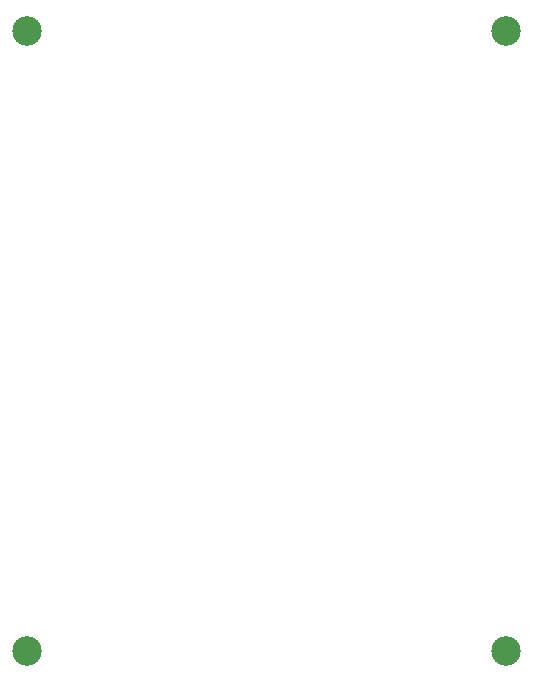
<source format=gbr>
G04 #@! TF.FileFunction,Copper,L2,Bot,Signal*
%FSLAX46Y46*%
G04 Gerber Fmt 4.6, Leading zero omitted, Abs format (unit mm)*
G04 Created by KiCad (PCBNEW 4.0.7-e2-6376~61~ubuntu18.04.1) date Wed Sep  5 15:10:53 2018*
%MOMM*%
%LPD*%
G01*
G04 APERTURE LIST*
%ADD10C,0.100000*%
%ADD11C,2.499360*%
G04 APERTURE END LIST*
D10*
D11*
X104750000Y-53750000D03*
X104750000Y-106250000D03*
X145250000Y-106250000D03*
X145250000Y-53750000D03*
M02*

</source>
